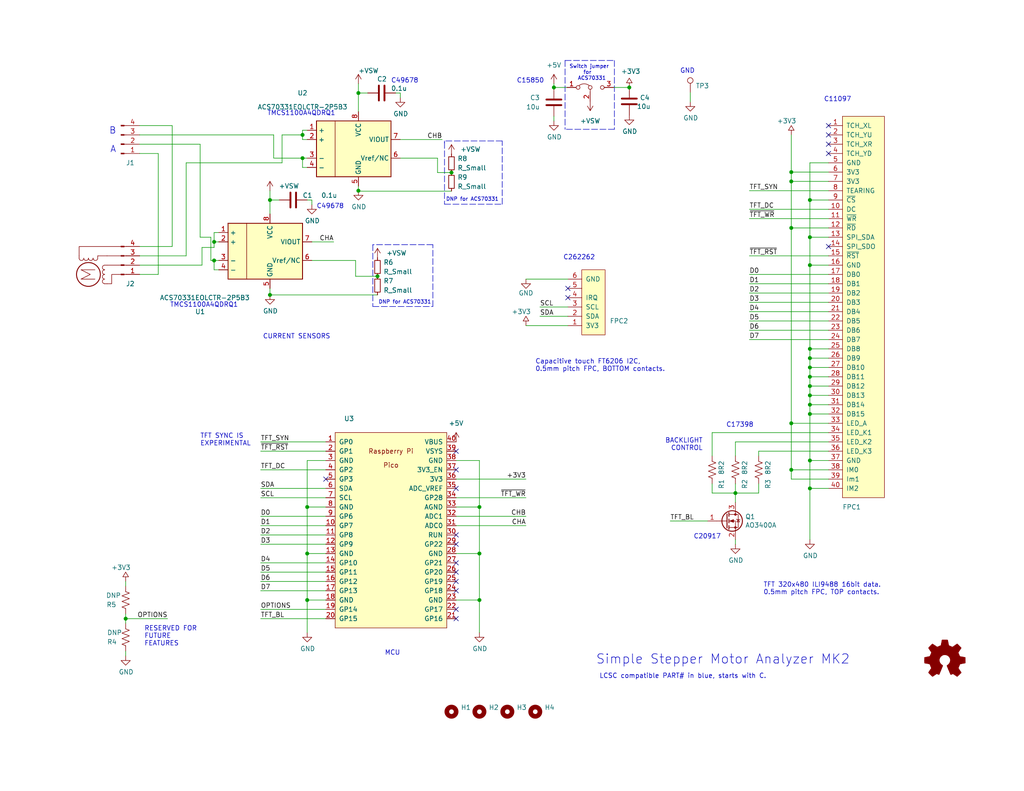
<source format=kicad_sch>
(kicad_sch (version 20211123) (generator eeschema)
  (paper "USLetter")
  (lib_symbols
    (symbol "ACS70331_soic8_1"
      (property "Reference" "U1" (at -20.32 -16.51 0))
      (property "Value" "ACS70331EOLCTR-2P5B3" (at -19.05 -12.7 0))
      (symbol "ACS70331_soic8_1_0_1"
        (rectangle (start -12.7 7.62) (end 7.62 -7.62) (stroke (width 0.254)) (fill (type background)))
        (polyline (pts (xy -7.62 7.62) (xy -7.62 -7.62)))
      )
      (symbol "ACS70331_soic8_1_1_1"
        (pin passive line (at -15.24 5.08 0) (length 2.54) (name "+") (number "1"))
        (pin passive line (at -15.24 2.54 0) (length 2.54) (name "+") (number "2"))
        (pin passive line (at -15.24 -2.54 0) (length 2.54) (name "-") (number "3"))
        (pin passive line (at -15.24 -5.08 0) (length 2.54) (name "-") (number "4"))
        (pin power_in line (at -1.27 -10.16 90) (length 2.54) (name "GND") (number "5"))
        (pin input line (at 10.16 -2.54 180) (length 2.54) (name "Vref/NC") (number "6"))
        (pin output line (at 10.16 2.54 180) (length 2.54) (name "VIOUT") (number "7"))
        (pin power_in line (at -1.27 10.16 270) (length 2.54) (name "VCC") (number "8"))
      )
    )
    (symbol "Device:C" (pin_numbers hide) (pin_names (offset 0.254))
      (property "Reference" "C" (at 0.635 2.54 0))
      (property "Value" "C" (at 0.635 -2.54 0))
      (symbol "C_0_1"
        (polyline (pts (xy -2.032 -0.762) (xy 2.032 -0.762)) (stroke (width 0.508)))
        (polyline (pts (xy -2.032 0.762) (xy 2.032 0.762)) (stroke (width 0.508)))
      )
      (symbol "C_1_1"
        (pin passive line (at 0 3.81 270) (length 2.794) (name "~") (number "1"))
        (pin passive line (at 0 -3.81 90) (length 2.794) (name "~") (number "2"))
      )
    )
    (symbol "Device:R_Small" (pin_numbers hide) (pin_names (offset 0.254) hide)
      (property "Reference" "R" (at 0.762 0.508 0))
      (property "Value" "R_Small" (at 0.762 -1.016 0))
      (symbol "R_Small_0_1"
        (rectangle (start -0.762 1.778) (end 0.762 -1.778) (stroke (width 0.2032)))
      )
      (symbol "R_Small_1_1"
        (pin passive line (at 0 2.54 270) (length 0.762) (name "~") (number "1"))
        (pin passive line (at 0 -2.54 90) (length 0.762) (name "~") (number "2"))
      )
    )
    (symbol "Device:R_US" (pin_numbers hide) (pin_names (offset 0))
      (property "Reference" "R" (at 2.54 0 90))
      (property "Value" "R_US" (at -2.54 0 90))
      (symbol "R_US_0_1"
        (polyline (pts (xy 0 -2.286) (xy 0 -2.54)))
        (polyline (pts (xy 0 2.286) (xy 0 2.54)))
        (polyline (pts (xy 0 -0.762) (xy 1.016 -1.143) (xy 0 -1.524) (xy -1.016 -1.905) (xy 0 -2.286)))
        (polyline (pts (xy 0 0.762) (xy 1.016 0.381) (xy 0 0) (xy -1.016 -0.381) (xy 0 -0.762)))
        (polyline (pts (xy 0 2.286) (xy 1.016 1.905) (xy 0 1.524) (xy -1.016 1.143) (xy 0 0.762)))
      )
      (symbol "R_US_1_1"
        (pin passive line (at 0 3.81 270) (length 1.27) (name "~") (number "1"))
        (pin passive line (at 0 -3.81 90) (length 1.27) (name "~") (number "2"))
      )
    )
    (symbol "Graphic:Logo_Open_Hardware_Small" (pin_names (offset 1.016))
      (symbol "Logo_Open_Hardware_Small_0_1"
        (polyline (pts (xy 3.3528 -4.3434) (xy 3.302 -4.318) (xy 3.175 -4.2418) (xy 2.9972 -4.1148) (xy 2.7686 -3.9624) (xy 2.54 -3.81) (xy 2.3622 -3.7084) (xy 2.2352 -3.6068) (xy 2.1844 -3.5814) (xy 2.159 -3.6068) (xy 2.0574 -3.6576) (xy 1.905 -3.7338) (xy 1.8034 -3.7846) (xy 1.6764 -3.8354) (xy 1.6002 -3.8354) (xy 1.6002 -3.8354) (xy 1.5494 -3.7338) (xy 1.4732 -3.5306) (xy 1.3462 -3.302) (xy 1.2446 -3.0226) (xy 1.1176 -2.7178) (xy 0.9652 -2.413) (xy 0.8636 -2.1082) (xy 0.7366 -1.8288) (xy 0.6604 -1.6256) (xy 0.6096 -1.4732) (xy 0.5842 -1.397) (xy 0.5842 -1.397) (xy 0.6604 -1.3208) (xy 0.7874 -1.2446) (xy 1.0414 -1.016) (xy 1.2954 -0.6858) (xy 1.4478 -0.3302) (xy 1.524 0.0762) (xy 1.4732 0.4572) (xy 1.3208 0.8128) (xy 1.0668 1.143) (xy 0.762 1.3716) (xy 0.4064 1.524) (xy 0 1.5748) (xy -0.381 1.5494) (xy -0.7366 1.397) (xy -1.0668 1.143) (xy -1.2192 0.9906) (xy -1.397 0.6604) (xy -1.524 0.3048) (xy -1.524 0.2286) (xy -1.4986 -0.1778) (xy -1.397 -0.5334) (xy -1.1938 -0.8636) (xy -0.9144 -1.143) (xy -0.8636 -1.1684) (xy -0.7366 -1.27) (xy -0.635 -1.3462) (xy -0.5842 -1.397) (xy -1.0668 -2.5908) (xy -1.143 -2.794) (xy -1.2954 -3.1242) (xy -1.397 -3.4036) (xy -1.4986 -3.6322) (xy -1.5748 -3.7846) (xy -1.6002 -3.8354) (xy -1.6002 -3.8354) (xy -1.651 -3.8354) (xy -1.7272 -3.81) (xy -1.905 -3.7338) (xy -2.0066 -3.683) (xy -2.1336 -3.6068) (xy -2.2098 -3.5814) (xy -2.2606 -3.6068) (xy -2.3622 -3.683) (xy -2.54 -3.81) (xy -2.7686 -3.9624) (xy -2.9718 -4.0894) (xy -3.1496 -4.2164) (xy -3.302 -4.318) (xy -3.3528 -4.3434) (xy -3.3782 -4.3434) (xy -3.429 -4.318) (xy -3.5306 -4.2164) (xy -3.7084 -4.064) (xy -3.937 -3.8354) (xy -3.9624 -3.81) (xy -4.1656 -3.6068) (xy -4.318 -3.4544) (xy -4.4196 -3.3274) (xy -4.445 -3.2766) (xy -4.445 -3.2766) (xy -4.4196 -3.2258) (xy -4.318 -3.0734) (xy -4.2164 -2.8956) (xy -4.064 -2.667) (xy -3.6576 -2.0828) (xy -3.8862 -1.5494) (xy -3.937 -1.3716) (xy -4.0386 -1.1684) (xy -4.0894 -1.0414) (xy -4.1148 -0.9652) (xy -4.191 -0.9398) (xy -4.318 -0.9144) (xy -4.5466 -0.8636) (xy -4.8006 -0.8128) (xy -5.0546 -0.7874) (xy -5.2578 -0.7366) (xy -5.4356 -0.7112) (xy -5.5118 -0.6858) (xy -5.5118 -0.6858) (xy -5.5372 -0.635) (xy -5.5372 -0.5588) (xy -5.5372 -0.4318) (xy -5.5626 -0.2286) (xy -5.5626 0.0762) (xy -5.5626 0.127) (xy -5.5372 0.4064) (xy -5.5372 0.635) (xy -5.5372 0.762) (xy -5.5372 0.8382) (xy -5.5372 0.8382) (xy -5.461 0.8382) (xy -5.3086 0.889) (xy -5.08 0.9144) (xy -4.826 0.9652) (xy -4.8006 0.9906) (xy -4.5466 1.0414) (xy -4.318 1.0668) (xy -4.1656 1.1176) (xy -4.0894 1.143) (xy -4.0894 1.143) (xy -4.0386 1.2446) (xy -3.9624 1.4224) (xy -3.8608 1.6256) (xy -3.7846 1.8288) (xy -3.7084 2.0066) (xy -3.6576 2.159) (xy -3.6322 2.2098) (xy -3.6322 2.2098) (xy -3.683 2.286) (xy -3.7592 2.413) (xy -3.8862 2.5908) (xy -4.064 2.8194) (xy -4.064 2.8448) (xy -4.2164 3.0734) (xy -4.3434 3.2512) (xy -4.4196 3.3782) (xy -4.445 3.4544) (xy -4.445 3.4544) (xy -4.3942 3.5052) (xy -4.2926 3.6322) (xy -4.1148 3.81) (xy -3.937 4.0132) (xy -3.8608 4.064) (xy -3.6576 4.2926) (xy -3.5052 4.4196) (xy -3.4036 4.4958) (xy -3.3528 4.5212) (xy -3.3528 4.5212) (xy -3.302 4.4704) (xy -3.1496 4.3688) (xy -2.9718 4.2418) (xy -2.7432 4.0894) (xy -2.7178 4.0894) (xy -2.4892 3.937) (xy -2.3114 3.81) (xy -2.1844 3.7084) (xy -2.1336 3.683) (xy -2.1082 3.683) (xy -2.032 3.7084) (xy -1.8542 3.7592) (xy -1.6764 3.8354) (xy -1.4732 3.937) (xy -1.27 4.0132) (xy -1.143 4.064) (xy -1.0668 4.1148) (xy -1.0668 4.1148) (xy -1.0414 4.191) (xy -1.016 4.3434) (xy -0.9652 4.572) (xy -0.9144 4.8514) (xy -0.889 4.9022) (xy -0.8382 5.1562) (xy -0.8128 5.3848) (xy -0.7874 5.5372) (xy -0.762 5.588) (xy -0.7112 5.6134) (xy -0.5842 5.6134) (xy -0.4064 5.6134) (xy -0.1524 5.6134) (xy 0.0762 5.6134) (xy 0.3302 5.6134) (xy 0.5334 5.6134) (xy 0.6858 5.588) (xy 0.7366 5.588) (xy 0.7366 5.588) (xy 0.762 5.5118) (xy 0.8128 5.334) (xy 0.8382 5.1054) (xy 0.9144 4.826) (xy 0.9144 4.7752) (xy 0.9652 4.5212) (xy 1.016 4.2926) (xy 1.0414 4.1402) (xy 1.0668 4.0894) (xy 1.0668 4.0894) (xy 1.1938 4.0386) (xy 1.3716 3.9624) (xy 1.5748 3.8608) (xy 2.0828 3.6576) (xy 2.7178 4.0894) (xy 2.7686 4.1402) (xy 2.9972 4.2926) (xy 3.175 4.4196) (xy 3.302 4.4958) (xy 3.3782 4.5212) (xy 3.3782 4.5212) (xy 3.429 4.4704) (xy 3.556 4.3434) (xy 3.7338 4.191) (xy 3.9116 3.9878) (xy 4.064 3.8354) (xy 4.2418 3.6576) (xy 4.3434 3.556) (xy 4.4196 3.4798) (xy 4.4196 3.429) (xy 4.4196 3.4036) (xy 4.3942 3.3274) (xy 4.2926 3.2004) (xy 4.1656 2.9972) (xy 4.0132 2.794) (xy 3.8862 2.5908) (xy 3.7592 2.3876) (xy 3.6576 2.2352) (xy 3.6322 2.159) (xy 3.6322 2.1336) (xy 3.683 2.0066) (xy 3.7592 1.8288) (xy 3.8608 1.6002) (xy 4.064 1.1176) (xy 4.3942 1.0414) (xy 4.5974 1.016) (xy 4.8768 0.9652) (xy 5.1308 0.9144) (xy 5.5372 0.8382) (xy 5.5626 -0.6604) (xy 5.4864 -0.6858) (xy 5.4356 -0.6858) (xy 5.2832 -0.7366) (xy 5.0546 -0.762) (xy 4.8006 -0.8128) (xy 4.5974 -0.8636) (xy 4.3688 -0.9144) (xy 4.2164 -0.9398) (xy 4.1402 -0.9398) (xy 4.1148 -0.9652) (xy 4.064 -1.0668) (xy 3.9878 -1.2446) (xy 3.9116 -1.4478) (xy 3.81 -1.651) (xy 3.7338 -1.8542) (xy 3.683 -2.0066) (xy 3.6576 -2.0828) (xy 3.683 -2.1336) (xy 3.7846 -2.2606) (xy 3.8862 -2.4638) (xy 4.0386 -2.667) (xy 4.191 -2.8956) (xy 4.318 -3.0734) (xy 4.3942 -3.2004) (xy 4.445 -3.2766) (xy 4.4196 -3.3274) (xy 4.3434 -3.429) (xy 4.1656 -3.5814) (xy 3.937 -3.8354) (xy 3.8862 -3.8608) (xy 3.683 -4.064) (xy 3.5306 -4.2164) (xy 3.4036 -4.318) (xy 3.3528 -4.3434)) (fill (type outline)))
      )
    )
    (symbol "Jumper:Jumper_3_Bridged12" (pin_names (offset 0) hide)
      (property "Reference" "JP" (at -2.54 -2.54 0))
      (property "Value" "Jumper_3_Bridged12" (at 0 2.794 0))
      (symbol "Jumper_3_Bridged12_0_0"
        (circle (center -3.302 0) (radius 0.508))
        (circle (center 0 0) (radius 0.508))
        (circle (center 3.302 0) (radius 0.508))
      )
      (symbol "Jumper_3_Bridged12_0_1"
        (arc (start -0.254 0.508) (mid -1.651 0.9912) (end -3.048 0.508))
        (polyline (pts (xy 0 -1.27) (xy 0 -0.508)))
      )
      (symbol "Jumper_3_Bridged12_1_1"
        (pin passive line (at -6.35 0 0) (length 2.54) (name "A") (number "1"))
        (pin passive line (at 0 -3.81 90) (length 2.54) (name "C") (number "2"))
        (pin passive line (at 6.35 0 180) (length 2.54) (name "B") (number "3"))
      )
    )
    (symbol "Mechanical:MountingHole" (pin_names (offset 1.016))
      (property "Reference" "H" (at 0 5.08 0))
      (property "Value" "MountingHole" (at 0 3.175 0))
      (symbol "MountingHole_0_1"
        (circle (center 0 0) (radius 1.27) (stroke (width 1.27)))
      )
    )
    (symbol "Transistor_FET:AO3400A" (pin_names hide)
      (property "Reference" "Q" (at 5.08 1.905 0))
      (property "Value" "AO3400A" (at 5.08 0 0))
      (symbol "AO3400A_0_1"
        (polyline (pts (xy 0.254 0) (xy -2.54 0)))
        (polyline (pts (xy 0.254 1.905) (xy 0.254 -1.905)) (stroke (width 0.254)))
        (polyline (pts (xy 0.762 -1.27) (xy 0.762 -2.286)) (stroke (width 0.254)))
        (polyline (pts (xy 0.762 0.508) (xy 0.762 -0.508)) (stroke (width 0.254)))
        (polyline (pts (xy 0.762 2.286) (xy 0.762 1.27)) (stroke (width 0.254)))
        (polyline (pts (xy 2.54 2.54) (xy 2.54 1.778)))
        (polyline (pts (xy 2.54 -2.54) (xy 2.54 0) (xy 0.762 0)))
        (polyline (pts (xy 0.762 -1.778) (xy 3.302 -1.778) (xy 3.302 1.778) (xy 0.762 1.778)))
        (polyline (pts (xy 1.016 0) (xy 2.032 0.381) (xy 2.032 -0.381) (xy 1.016 0)) (fill (type outline)))
        (polyline (pts (xy 2.794 0.508) (xy 2.921 0.381) (xy 3.683 0.381) (xy 3.81 0.254)))
        (polyline (pts (xy 3.302 0.381) (xy 2.921 -0.254) (xy 3.683 -0.254) (xy 3.302 0.381)))
        (circle (center 1.651 0) (radius 2.794) (stroke (width 0.254)))
        (circle (center 2.54 -1.778) (radius 0.254) (fill (type outline)))
        (circle (center 2.54 1.778) (radius 0.254) (fill (type outline)))
      )
      (symbol "AO3400A_1_1"
        (pin input line (at -5.08 0 0) (length 2.54) (name "G") (number "1"))
        (pin passive line (at 2.54 -5.08 90) (length 2.54) (name "S") (number "2"))
        (pin passive line (at 2.54 5.08 270) (length 2.54) (name "D") (number "3"))
      )
    )
    (symbol "power:+5V" (power) (pin_names (offset 0))
      (property "Value" "+5V" (at 0 3.556 0))
      (symbol "+5V_0_1"
        (polyline (pts (xy -0.762 1.27) (xy 0 2.54)))
        (polyline (pts (xy 0 0) (xy 0 2.54)))
        (polyline (pts (xy 0 2.54) (xy 0.762 1.27)))
      )
      (symbol "+5V_1_1"
        (pin power_in line (at 0 0 90) (length 0) hide (name "+5V") (number "1"))
      )
    )
    (symbol "power:+VSW" (power) (pin_names (offset 0))
      (property "Value" "+VSW" (at 0 3.556 0))
      (symbol "+VSW_0_1"
        (polyline (pts (xy -0.762 1.27) (xy 0 2.54)))
        (polyline (pts (xy 0 0) (xy 0 2.54)))
        (polyline (pts (xy 0 2.54) (xy 0.762 1.27)))
      )
      (symbol "+VSW_1_1"
        (pin power_in line (at 0 0 90) (length 0) hide (name "+VSW") (number "1"))
      )
    )
    (symbol "power:GND" (power) (pin_names (offset 0))
      (property "Value" "GND" (at 0 -3.81 0))
      (symbol "GND_0_1"
        (polyline (pts (xy 0 0) (xy 0 -1.27) (xy 1.27 -1.27) (xy 0 -2.54) (xy -1.27 -1.27) (xy 0 -1.27)))
      )
      (symbol "GND_1_1"
        (pin power_in line (at 0 0 270) (length 0) hide (name "GND") (number "1"))
      )
    )
    (symbol "stepper_motor_analyzer:+3V3" (power) (pin_names (offset 0))
      (property "Value" "+3V3" (at 0 3.556 0))
      (symbol "+3V3_0_1"
        (polyline (pts (xy -0.762 1.27) (xy 0 2.54)))
        (polyline (pts (xy -0.762 1.27) (xy 0.762 1.27)))
        (polyline (pts (xy 0 0) (xy 0 1.27)))
        (polyline (pts (xy 0 2.54) (xy 0.762 1.27)))
      )
      (symbol "+3V3_1_1"
        (pin power_in line (at 0 0 90) (length 0) hide (name "+3V3") (number "1"))
      )
    )
    (symbol "stepper_motor_analyzer:ACS70331_soic8"
      (property "Reference" "U2" (at -16.51 15.24 0))
      (property "Value" "ACS70331EOLCTR-2P5B3" (at -16.51 11.43 0))
      (symbol "ACS70331_soic8_0_1"
        (rectangle (start -12.7 7.62) (end 7.62 -7.62) (stroke (width 0.254)) (fill (type background)))
        (polyline (pts (xy -7.62 7.62) (xy -7.62 -7.62)))
      )
      (symbol "ACS70331_soic8_1_1"
        (pin passive line (at -15.24 5.08 0) (length 2.54) (name "+") (number "1"))
        (pin passive line (at -15.24 2.54 0) (length 2.54) (name "+") (number "2"))
        (pin passive line (at -15.24 -2.54 0) (length 2.54) (name "-") (number "3"))
        (pin passive line (at -15.24 -5.08 0) (length 2.54) (name "-") (number "4"))
        (pin power_in line (at -1.27 -10.16 90) (length 2.54) (name "GND") (number "5"))
        (pin input line (at 10.16 -2.54 180) (length 2.54) (name "Vref/NC") (number "6"))
        (pin output line (at 10.16 2.54 180) (length 2.54) (name "VIOUT") (number "7"))
        (pin power_in line (at -1.27 10.16 270) (length 2.54) (name "VCC") (number "8"))
      )
    )
    (symbol "stepper_motor_analyzer:Conn_01x06_Female" (pin_names (offset 1.016))
      (property "Reference" "J" (at -2.54 8.89 0))
      (property "Value" "Conn_01x06_Female" (at -1.27 -11.43 0))
      (symbol "Conn_01x06_Female_0_1"
        (rectangle (start -1.27 7.62) (end 5.08 -10.16) (fill (type background)))
      )
      (symbol "Conn_01x06_Female_1_1"
        (pin passive line (at -5.08 5.08 0) (length 3.81) (name "3V3") (number "1"))
        (pin passive line (at -5.08 2.54 0) (length 3.81) (name "SDA") (number "2"))
        (pin passive line (at -5.08 0 0) (length 3.81) (name "SCL") (number "3"))
        (pin passive line (at -5.08 -2.54 0) (length 3.81) (name "IRQ") (number "4"))
        (pin passive line (at -5.08 -5.08 0) (length 3.81) (name "~") (number "5"))
        (pin passive line (at -5.08 -7.62 0) (length 3.81) (name "GND") (number "6"))
      )
    )
    (symbol "stepper_motor_analyzer:Connector_Conn_01x04_Male" (pin_names (offset 1.016) hide)
      (property "Reference" "J" (at 0 5.08 0))
      (property "Value" "Connector_Conn_01x04_Male" (at 0 -7.62 0))
      (symbol "Connector_Conn_01x04_Male_1_1"
        (polyline (pts (xy 1.27 -5.08) (xy 0.8636 -5.08)) (stroke (width 0.1524)))
        (polyline (pts (xy 1.27 -2.54) (xy 0.8636 -2.54)) (stroke (width 0.1524)))
        (polyline (pts (xy 1.27 0) (xy 0.8636 0)) (stroke (width 0.1524)))
        (polyline (pts (xy 1.27 2.54) (xy 0.8636 2.54)) (stroke (width 0.1524)))
        (rectangle (start 0.8636 -4.953) (end 0 -5.207) (stroke (width 0.1524)) (fill (type outline)))
        (rectangle (start 0.8636 -2.413) (end 0 -2.667) (stroke (width 0.1524)) (fill (type outline)))
        (rectangle (start 0.8636 0.127) (end 0 -0.127) (stroke (width 0.1524)) (fill (type outline)))
        (rectangle (start 0.8636 2.667) (end 0 2.413) (stroke (width 0.1524)) (fill (type outline)))
        (pin passive line (at 5.08 2.54 180) (length 3.81) (name "Pin_1") (number "1"))
        (pin passive line (at 5.08 0 180) (length 3.81) (name "Pin_2") (number "2"))
        (pin passive line (at 5.08 -2.54 180) (length 3.81) (name "Pin_3") (number "3"))
        (pin passive line (at 5.08 -5.08 180) (length 3.81) (name "Pin_4") (number "4"))
      )
    )
    (symbol "stepper_motor_analyzer:Connector_Conn_01x40_Female" (pin_names (offset 1.016))
      (property "Reference" "J" (at 0 52.07 0))
      (property "Value" "Connector_Conn_01x40_Female" (at 5.08 -58.42 0))
      (symbol "Connector_Conn_01x40_Female_0_1"
        (rectangle (start -1.27 -53.34) (end 10.16 50.8) (fill (type background)))
      )
      (symbol "Connector_Conn_01x40_Female_1_1"
        (pin passive line (at -5.08 48.26 0) (length 3.81) (name "TCH_XL") (number "1"))
        (pin passive line (at -5.08 25.4 0) (length 3.81) (name "DC") (number "10"))
        (pin passive line (at -5.08 22.86 0) (length 3.81) (name "~{WR}") (number "11"))
        (pin passive line (at -5.08 20.32 0) (length 3.81) (name "~{RD}") (number "12"))
        (pin passive line (at -5.08 17.78 0) (length 3.81) (name "SPI_SDA") (number "13"))
        (pin passive line (at -5.08 15.24 0) (length 3.81) (name "SPI_SDO") (number "14"))
        (pin passive line (at -5.08 12.7 0) (length 3.81) (name "~{RST}") (number "15"))
        (pin passive line (at -5.08 10.16 0) (length 3.81) (name "GND") (number "16"))
        (pin passive line (at -5.08 7.62 0) (length 3.81) (name "DB0") (number "17"))
        (pin passive line (at -5.08 5.08 0) (length 3.81) (name "DB1") (number "18"))
        (pin passive line (at -5.08 2.54 0) (length 3.81) (name "DB2") (number "19"))
        (pin passive line (at -5.08 45.72 0) (length 3.81) (name "TCH_YU") (number "2"))
        (pin passive line (at -5.08 0 0) (length 3.81) (name "DB3") (number "20"))
        (pin passive line (at -5.08 -2.54 0) (length 3.81) (name "DB4") (number "21"))
        (pin passive line (at -5.08 -5.08 0) (length 3.81) (name "DB5") (number "22"))
        (pin passive line (at -5.08 -7.62 0) (length 3.81) (name "DB6") (number "23"))
        (pin passive line (at -5.08 -10.16 0) (length 3.81) (name "DB7") (number "24"))
        (pin passive line (at -5.08 -12.7 0) (length 3.81) (name "DB8") (number "25"))
        (pin passive line (at -5.08 -15.24 0) (length 3.81) (name "DB9") (number "26"))
        (pin passive line (at -5.08 -17.78 0) (length 3.81) (name "DB10") (number "27"))
        (pin passive line (at -5.08 -20.32 0) (length 3.81) (name "DB11") (number "28"))
        (pin passive line (at -5.08 -22.86 0) (length 3.81) (name "DB12") (number "29"))
        (pin passive line (at -5.08 43.18 0) (length 3.81) (name "TCH_XR") (number "3"))
        (pin passive line (at -5.08 -25.4 0) (length 3.81) (name "DB13") (number "30"))
        (pin passive line (at -5.08 -27.94 0) (length 3.81) (name "DB14") (number "31"))
        (pin passive line (at -5.08 -30.48 0) (length 3.81) (name "DB15") (number "32"))
        (pin passive line (at -5.08 -33.02 0) (length 3.81) (name "LED_A") (number "33"))
        (pin passive line (at -5.08 -35.56 0) (length 3.81) (name "LED_K1") (number "34"))
        (pin passive line (at -5.08 -38.1 0) (length 3.81) (name "LED_K2") (number "35"))
        (pin passive line (at -5.08 -40.64 0) (length 3.81) (name "LED_K3") (number "36"))
        (pin passive line (at -5.08 -43.18 0) (length 3.81) (name "GND") (number "37"))
        (pin passive line (at -5.08 -45.72 0) (length 3.81) (name "IM0") (number "38"))
        (pin passive line (at -5.08 -48.26 0) (length 3.81) (name "Im1") (number "39"))
        (pin passive line (at -5.08 40.64 0) (length 3.81) (name "TCH_YD") (number "4"))
        (pin passive line (at -5.08 -50.8 0) (length 3.81) (name "IM2") (number "40"))
        (pin passive line (at -5.08 38.1 0) (length 3.81) (name "GND") (number "5"))
        (pin passive line (at -5.08 35.56 0) (length 3.81) (name "3V3") (number "6"))
        (pin passive line (at -5.08 33.02 0) (length 3.81) (name "3V3") (number "7"))
        (pin passive line (at -5.08 30.48 0) (length 3.81) (name "TEARING") (number "8"))
        (pin passive line (at -5.08 27.94 0) (length 3.81) (name "~{CS}") (number "9"))
      )
    )
    (symbol "stepper_motor_analyzer:Motor" (pin_names (offset 0) hide)
      (symbol "Motor_0_0"
        (polyline (pts (xy 5.08 0) (xy 5.08 -2.54)))
        (polyline (pts (xy -1.27 0.762) (xy -1.27 4.572) (xy 0 2.032) (xy 1.27 4.572) (xy 1.27 0.762)))
      )
      (symbol "Motor_0_1"
        (arc (start -1.27 -1.905) (mid -1.905 -1.27) (end -2.54 -1.905))
        (arc (start 0 -1.905) (mid -0.635 -1.27) (end -1.27 -1.905))
        (polyline (pts (xy -2.54 -2.54) (xy -2.54 -1.905)))
        (polyline (pts (xy 2.54 -2.54) (xy 2.54 -6.35)))
        (polyline (pts (xy 2.54 -2.54) (xy 2.54 -1.905)))
        (polyline (pts (xy 5.08 -2.54) (xy 5.08 -6.35)))
        (polyline (pts (xy 5.08 0) (xy 4.445 0)))
        (polyline (pts (xy 5.08 5.08) (xy 4.445 5.08)))
        (polyline (pts (xy 7.62 -6.35) (xy 7.62 5.08) (xy 5.08 5.08)))
        (polyline (pts (xy 0 -6.35) (xy 0 -3.81) (xy -2.54 -3.81) (xy -2.54 -2.54)))
        (circle (center 0 2.54) (radius 3.2512) (stroke (width 0.254)))
        (arc (start 1.27 -1.905) (mid 0.635 -1.27) (end 0 -1.905))
        (arc (start 2.54 -1.905) (mid 1.905 -1.27) (end 1.27 -1.905))
        (arc (start 4.445 1.27) (mid 3.81 0.635) (end 4.445 0))
        (arc (start 4.445 2.54) (mid 3.81 1.905) (end 4.445 1.27))
        (arc (start 4.445 3.81) (mid 3.81 3.175) (end 4.445 2.54))
        (arc (start 4.445 5.08) (mid 3.81 4.445) (end 4.445 3.81))
      )
    )
    (symbol "stepper_motor_analyzer:Pico" (pin_names (offset 1.016))
      (property "Reference" "U" (at -13.97 27.94 0))
      (symbol "Pico_0_0"
        (text "Pico" (at 0 17.78 0) (effects (font (size 1.27 1.27))))
        (text "Raspberry Pi" (at 0 21.59 0) (effects (font (size 1.27 1.27))))
      )
      (symbol "Pico_0_1"
        (rectangle (start -15.24 26.67) (end 15.24 -26.67) (fill (type background)))
      )
      (symbol "Pico_1_1"
        (pin input line (at -17.78 24.13 0) (length 2.54) (name "GP0") (number "1"))
        (pin output line (at -17.78 1.27 0) (length 2.54) (name "GP7") (number "10"))
        (pin output line (at -17.78 -1.27 0) (length 2.54) (name "GP8") (number "11"))
        (pin output line (at -17.78 -3.81 0) (length 2.54) (name "GP9") (number "12"))
        (pin power_in line (at -17.78 -6.35 0) (length 2.54) (name "GND") (number "13"))
        (pin output line (at -17.78 -8.89 0) (length 2.54) (name "GP10") (number "14"))
        (pin output line (at -17.78 -11.43 0) (length 2.54) (name "GP11") (number "15"))
        (pin output line (at -17.78 -13.97 0) (length 2.54) (name "GP12") (number "16"))
        (pin output line (at -17.78 -16.51 0) (length 2.54) (name "GP13") (number "17"))
        (pin power_in line (at -17.78 -19.05 0) (length 2.54) (name "GND") (number "18"))
        (pin input line (at -17.78 -21.59 0) (length 2.54) (name "GP14") (number "19"))
        (pin input line (at -17.78 21.59 0) (length 2.54) (name "GP1") (number "2"))
        (pin output line (at -17.78 -24.13 0) (length 2.54) (name "GP15") (number "20"))
        (pin output line (at 17.78 -24.13 180) (length 2.54) (name "GP16") (number "21"))
        (pin output line (at 17.78 -21.59 180) (length 2.54) (name "GP17") (number "22"))
        (pin power_in line (at 17.78 -19.05 180) (length 2.54) (name "GND") (number "23"))
        (pin input line (at 17.78 -16.51 180) (length 2.54) (name "GP18") (number "24"))
        (pin input line (at 17.78 -13.97 180) (length 2.54) (name "GP19") (number "25"))
        (pin input line (at 17.78 -11.43 180) (length 2.54) (name "GP20") (number "26"))
        (pin input line (at 17.78 -8.89 180) (length 2.54) (name "GP21") (number "27"))
        (pin power_in line (at 17.78 -6.35 180) (length 2.54) (name "GND") (number "28"))
        (pin output line (at 17.78 -3.81 180) (length 2.54) (name "GP22") (number "29"))
        (pin power_in line (at -17.78 19.05 0) (length 2.54) (name "GND") (number "3"))
        (pin input line (at 17.78 -1.27 180) (length 2.54) (name "RUN") (number "30"))
        (pin input line (at 17.78 1.27 180) (length 2.54) (name "ADC0") (number "31"))
        (pin input line (at 17.78 3.81 180) (length 2.54) (name "ADC1") (number "32"))
        (pin power_in line (at 17.78 6.35 180) (length 2.54) (name "AGND") (number "33"))
        (pin output line (at 17.78 8.89 180) (length 2.54) (name "GP28") (number "34"))
        (pin unspecified line (at 17.78 11.43 180) (length 2.54) (name "ADC_VREF") (number "35"))
        (pin power_out line (at 17.78 13.97 180) (length 2.54) (name "3V3") (number "36"))
        (pin input line (at 17.78 16.51 180) (length 2.54) (name "3V3_EN") (number "37"))
        (pin power_out line (at 17.78 19.05 180) (length 2.54) (name "GND") (number "38"))
        (pin unspecified line (at 17.78 21.59 180) (length 2.54) (name "VSYS") (number "39"))
        (pin output line (at -17.78 16.51 0) (length 2.54) (name "GP2") (number "4"))
        (pin unspecified line (at 17.78 24.13 180) (length 2.54) (name "VBUS") (number "40"))
        (pin input line (at -17.78 13.97 0) (length 2.54) (name "GP3") (number "5"))
        (pin bidirectional line (at -17.78 11.43 0) (length 2.54) (name "SDA") (number "6"))
        (pin output line (at -17.78 8.89 0) (length 2.54) (name "SCL") (number "7"))
        (pin power_in line (at -17.78 6.35 0) (length 2.54) (name "GND") (number "8"))
        (pin output line (at -17.78 3.81 0) (length 2.54) (name "GP6") (number "9"))
      )
    )
    (symbol "stepper_motor_analyzer:TestPoint" (pin_numbers hide) (pin_names (offset 0.762) hide)
      (property "Reference" "TP" (at 0 6.858 0))
      (property "Value" "TestPoint" (at 0 5.08 0))
      (symbol "TestPoint_0_1"
        (circle (center 0 3.302) (radius 0.762))
      )
      (symbol "TestPoint_1_1"
        (pin passive line (at 0 0 90) (length 2.54) (name "1") (number "1"))
      )
    )
  )
  (junction (at 73.66 54.61))
  (junction (at 83.82 163.83))
  (junction (at 220.98 133.35))
  (junction (at 220.98 105.41))
  (junction (at 220.98 97.79))
  (junction (at 220.98 54.61))
  (junction (at 130.81 163.83))
  (junction (at 151.13 23.876))
  (junction (at 215.9 128.27))
  (junction (at 83.82 138.43))
  (junction (at 82.55 36.83))
  (junction (at 130.81 151.13))
  (junction (at 220.98 72.39))
  (junction (at 220.98 100.33))
  (junction (at 220.98 110.49))
  (junction (at 58.42 71.12))
  (junction (at 82.55 43.18))
  (junction (at 215.9 49.53))
  (junction (at 34.29 168.91))
  (junction (at 220.98 107.95))
  (junction (at 83.82 151.13))
  (junction (at 215.9 115.57))
  (junction (at 200.66 134.62))
  (junction (at 220.98 125.73))
  (junction (at 215.9 62.23))
  (junction (at 123.19 47.117))
  (junction (at 220.98 113.03))
  (junction (at 130.81 138.43))
  (junction (at 58.42 66.04))
  (junction (at 97.79 25.4))
  (junction (at 171.704 23.876))
  (junction (at 220.98 102.87))
  (junction (at 73.66 80.518))
  (junction (at 215.9 46.99))
  (junction (at 220.98 95.25))
  (junction (at 97.79 52.07))
  (junction (at 102.997 75.438))
  (junction (at 220.98 64.77))
  (no_connect (at 124.46 168.91))
  (no_connect (at 88.9 130.81))
  (no_connect (at 124.46 161.29))
  (no_connect (at 124.46 153.67))
  (no_connect (at 124.46 123.19))
  (no_connect (at 226.06 67.31))
  (no_connect (at 124.46 156.21))
  (no_connect (at 226.06 36.83))
  (no_connect (at 124.46 158.75))
  (no_connect (at 154.94 81.28))
  (no_connect (at 154.94 78.74))
  (no_connect (at 124.46 133.35))
  (no_connect (at 124.46 146.05))
  (no_connect (at 124.46 128.27))
  (no_connect (at 226.06 41.91))
  (no_connect (at 124.46 166.37))
  (no_connect (at 226.06 39.37))
  (no_connect (at 226.06 34.29))
  (no_connect (at 124.46 148.59))
  (wire (pts (xy 82.55 38.1) (xy 83.82 38.1)))
  (wire (pts (xy 97.79 25.4) (xy 97.79 30.48)))
  (wire (pts (xy 226.06 74.93) (xy 204.47 74.93)))
  (polyline (pts (xy 154.178 16.51) (xy 167.64 16.51)))
  (wire (pts (xy 226.06 115.57) (xy 215.9 115.57)))
  (wire (pts (xy 200.66 134.62) (xy 200.66 137.16)))
  (wire (pts (xy 200.66 132.08) (xy 200.66 134.62)))
  (wire (pts (xy 82.55 36.83) (xy 82.55 38.1)))
  (wire (pts (xy 109.22 43.18) (xy 119.38 43.18)))
  (wire (pts (xy 88.9 168.91) (xy 71.12 168.91)))
  (wire (pts (xy 194.31 118.11) (xy 194.31 124.46)))
  (wire (pts (xy 88.9 166.37) (xy 71.12 166.37)))
  (wire (pts (xy 109.22 25.4) (xy 109.22 26.67)))
  (polyline (pts (xy 137.033 55.753) (xy 137.033 38.481)))
  (wire (pts (xy 226.06 64.77) (xy 220.98 64.77)))
  (wire (pts (xy 220.98 102.87) (xy 220.98 105.41)))
  (wire (pts (xy 220.98 95.25) (xy 220.98 97.79)))
  (wire (pts (xy 200.66 120.65) (xy 226.06 120.65)))
  (wire (pts (xy 226.06 105.41) (xy 220.98 105.41)))
  (wire (pts (xy 58.42 67.564) (xy 58.42 66.04)))
  (wire (pts (xy 38.1 36.83) (xy 74.676 36.83)))
  (wire (pts (xy 76.962 36.83) (xy 76.962 44.45)))
  (wire (pts (xy 58.42 71.12) (xy 58.42 73.66)))
  (wire (pts (xy 57.531 64.77) (xy 57.531 71.12)))
  (wire (pts (xy 83.82 125.73) (xy 83.82 138.43)))
  (wire (pts (xy 34.29 168.91) (xy 45.72 168.91)))
  (wire (pts (xy 123.19 52.197) (xy 97.79 52.197)))
  (wire (pts (xy 154.686 23.876) (xy 151.13 23.876)))
  (wire (pts (xy 38.1 69.85) (xy 50.8 69.85)))
  (wire (pts (xy 220.98 110.49) (xy 220.98 113.03)))
  (wire (pts (xy 54.61 64.77) (xy 57.531 64.77)))
  (wire (pts (xy 130.81 163.83) (xy 130.81 172.72)))
  (wire (pts (xy 88.9 123.19) (xy 71.12 123.19)))
  (wire (pts (xy 226.06 80.01) (xy 204.47 80.01)))
  (wire (pts (xy 130.81 125.73) (xy 130.81 138.43)))
  (polyline (pts (xy 101.727 66.802) (xy 101.727 83.693)))
  (wire (pts (xy 226.06 92.71) (xy 204.47 92.71)))
  (wire (pts (xy 130.81 138.43) (xy 130.81 151.13)))
  (wire (pts (xy 59.69 63.5) (xy 58.42 63.5)))
  (wire (pts (xy 194.31 134.62) (xy 194.31 132.08)))
  (wire (pts (xy 58.42 73.66) (xy 59.69 73.66)))
  (wire (pts (xy 226.06 72.39) (xy 220.98 72.39)))
  (wire (pts (xy 124.46 143.51) (xy 143.51 143.51)))
  (wire (pts (xy 226.06 57.15) (xy 204.47 57.15)))
  (wire (pts (xy 57.531 71.12) (xy 58.42 71.12)))
  (polyline (pts (xy 121.285 38.862) (xy 121.285 55.753)))
  (wire (pts (xy 100.33 25.4) (xy 97.79 25.4)))
  (wire (pts (xy 226.06 128.27) (xy 215.9 128.27)))
  (wire (pts (xy 82.55 36.83) (xy 76.962 36.83)))
  (wire (pts (xy 215.9 62.23) (xy 226.06 62.23)))
  (wire (pts (xy 220.98 54.61) (xy 220.98 44.45)))
  (wire (pts (xy 220.98 133.35) (xy 220.98 147.32)))
  (wire (pts (xy 43.18 41.91) (xy 43.18 74.93)))
  (wire (pts (xy 226.06 85.09) (xy 204.47 85.09)))
  (wire (pts (xy 73.66 80.518) (xy 102.997 80.518)))
  (wire (pts (xy 88.9 163.83) (xy 83.82 163.83)))
  (wire (pts (xy 97.028 75.438) (xy 102.997 75.438)))
  (wire (pts (xy 226.06 59.69) (xy 204.47 59.69)))
  (wire (pts (xy 226.06 97.79) (xy 220.98 97.79)))
  (wire (pts (xy 151.13 31.75) (xy 151.13 33.02)))
  (wire (pts (xy 226.06 125.73) (xy 220.98 125.73)))
  (wire (pts (xy 88.9 153.67) (xy 71.12 153.67)))
  (wire (pts (xy 88.9 143.51) (xy 71.12 143.51)))
  (wire (pts (xy 226.06 110.49) (xy 220.98 110.49)))
  (wire (pts (xy 109.22 38.1) (xy 120.65 38.1)))
  (wire (pts (xy 97.79 52.197) (xy 97.79 52.07)))
  (wire (pts (xy 215.9 46.99) (xy 215.9 49.53)))
  (wire (pts (xy 119.38 47.117) (xy 119.38 43.18)))
  (wire (pts (xy 82.55 43.18) (xy 82.55 45.72)))
  (wire (pts (xy 207.01 132.08) (xy 207.01 134.62)))
  (wire (pts (xy 82.55 45.72) (xy 83.82 45.72)))
  (wire (pts (xy 220.98 125.73) (xy 220.98 133.35)))
  (wire (pts (xy 226.06 52.07) (xy 204.47 52.07)))
  (wire (pts (xy 34.29 168.91) (xy 34.29 170.18)))
  (wire (pts (xy 107.95 25.4) (xy 109.22 25.4)))
  (wire (pts (xy 215.9 115.57) (xy 215.9 128.27)))
  (wire (pts (xy 38.1 39.37) (xy 54.61 39.37)))
  (wire (pts (xy 124.46 130.81) (xy 143.51 130.81)))
  (wire (pts (xy 55.118 67.564) (xy 58.42 67.564)))
  (polyline (pts (xy 118.11 66.802) (xy 101.727 66.802)))
  (wire (pts (xy 59.69 71.12) (xy 58.42 71.12)))
  (wire (pts (xy 220.98 97.79) (xy 220.98 100.33)))
  (wire (pts (xy 226.06 113.03) (xy 220.98 113.03)))
  (wire (pts (xy 215.9 49.53) (xy 226.06 49.53)))
  (wire (pts (xy 124.46 151.13) (xy 130.81 151.13)))
  (wire (pts (xy 143.51 88.9) (xy 154.94 88.9)))
  (wire (pts (xy 38.1 72.39) (xy 55.118 72.39)))
  (wire (pts (xy 226.06 102.87) (xy 220.98 102.87)))
  (wire (pts (xy 226.06 133.35) (xy 220.98 133.35)))
  (polyline (pts (xy 137.033 38.481) (xy 121.285 38.481)))
  (wire (pts (xy 220.98 44.45) (xy 226.06 44.45)))
  (wire (pts (xy 88.9 120.65) (xy 71.12 120.65)))
  (wire (pts (xy 123.19 47.117) (xy 119.38 47.117)))
  (wire (pts (xy 88.9 135.89) (xy 71.12 135.89)))
  (wire (pts (xy 88.9 125.73) (xy 83.82 125.73)))
  (wire (pts (xy 124.46 135.89) (xy 143.51 135.89)))
  (wire (pts (xy 34.29 167.64) (xy 34.29 168.91)))
  (wire (pts (xy 73.66 54.61) (xy 73.66 52.07)))
  (wire (pts (xy 220.98 64.77) (xy 220.98 72.39)))
  (wire (pts (xy 151.13 22.86) (xy 151.13 23.876)))
  (wire (pts (xy 220.98 107.95) (xy 220.98 110.49)))
  (wire (pts (xy 50.8 69.85) (xy 50.8 44.45)))
  (wire (pts (xy 200.66 134.62) (xy 194.31 134.62)))
  (wire (pts (xy 74.676 43.18) (xy 82.55 43.18)))
  (wire (pts (xy 38.1 41.91) (xy 43.18 41.91)))
  (wire (pts (xy 58.42 63.5) (xy 58.42 66.04)))
  (wire (pts (xy 88.9 151.13) (xy 83.82 151.13)))
  (wire (pts (xy 151.13 23.876) (xy 151.13 24.13)))
  (wire (pts (xy 200.66 120.65) (xy 200.66 124.46)))
  (wire (pts (xy 226.06 82.55) (xy 204.47 82.55)))
  (wire (pts (xy 188.341 25.273) (xy 188.341 27.813)))
  (polyline (pts (xy 121.285 38.481) (xy 121.285 38.989)))
  (wire (pts (xy 88.9 161.29) (xy 71.12 161.29)))
  (wire (pts (xy 88.9 128.27) (xy 71.12 128.27)))
  (wire (pts (xy 82.55 35.56) (xy 82.55 36.83)))
  (wire (pts (xy 204.47 90.17) (xy 226.06 90.17)))
  (wire (pts (xy 46.99 34.29) (xy 46.99 67.31)))
  (wire (pts (xy 226.06 107.95) (xy 220.98 107.95)))
  (wire (pts (xy 97.79 22.86) (xy 97.79 25.4)))
  (wire (pts (xy 46.99 67.31) (xy 38.1 67.31)))
  (wire (pts (xy 88.9 156.21) (xy 71.12 156.21)))
  (wire (pts (xy 226.06 95.25) (xy 220.98 95.25)))
  (wire (pts (xy 226.06 77.47) (xy 204.47 77.47)))
  (wire (pts (xy 220.98 54.61) (xy 220.98 64.77)))
  (wire (pts (xy 76.962 44.45) (xy 50.8 44.45)))
  (wire (pts (xy 34.29 177.8) (xy 34.29 179.07)))
  (wire (pts (xy 124.46 140.97) (xy 143.51 140.97)))
  (wire (pts (xy 226.06 130.81) (xy 215.9 130.81)))
  (wire (pts (xy 74.676 36.83) (xy 74.676 43.18)))
  (wire (pts (xy 226.06 87.63) (xy 204.47 87.63)))
  (wire (pts (xy 215.9 49.53) (xy 215.9 62.23)))
  (wire (pts (xy 167.386 23.876) (xy 171.704 23.876)))
  (wire (pts (xy 88.9 133.35) (xy 71.12 133.35)))
  (wire (pts (xy 83.82 54.61) (xy 85.09 54.61)))
  (wire (pts (xy 54.61 39.37) (xy 54.61 64.77)))
  (wire (pts (xy 88.9 140.97) (xy 71.12 140.97)))
  (wire (pts (xy 124.46 138.43) (xy 130.81 138.43)))
  (wire (pts (xy 226.06 69.85) (xy 204.47 69.85)))
  (wire (pts (xy 220.98 100.33) (xy 220.98 102.87)))
  (wire (pts (xy 58.42 66.04) (xy 59.69 66.04)))
  (wire (pts (xy 83.82 43.18) (xy 82.55 43.18)))
  (wire (pts (xy 226.06 54.61) (xy 220.98 54.61)))
  (wire (pts (xy 130.81 151.13) (xy 130.81 163.83)))
  (wire (pts (xy 55.118 67.564) (xy 55.118 72.39)))
  (wire (pts (xy 215.9 46.99) (xy 226.06 46.99)))
  (wire (pts (xy 154.94 83.82) (xy 147.32 83.82)))
  (wire (pts (xy 88.9 146.05) (xy 71.12 146.05)))
  (wire (pts (xy 207.01 123.19) (xy 226.06 123.19)))
  (polyline (pts (xy 167.64 35.306) (xy 154.178 35.306)))
  (wire (pts (xy 220.98 105.41) (xy 220.98 107.95)))
  (wire (pts (xy 207.01 134.62) (xy 200.66 134.62)))
  (wire (pts (xy 226.06 100.33) (xy 220.98 100.33)))
  (wire (pts (xy 85.09 66.04) (xy 91.059 66.04)))
  (wire (pts (xy 83.82 138.43) (xy 83.82 151.13)))
  (polyline (pts (xy 101.727 83.693) (xy 118.11 83.693)))
  (wire (pts (xy 207.01 123.19) (xy 207.01 124.46)))
  (wire (pts (xy 38.1 34.29) (xy 46.99 34.29)))
  (wire (pts (xy 220.98 113.03) (xy 220.98 125.73)))
  (wire (pts (xy 200.66 147.32) (xy 200.66 148.59)))
  (wire (pts (xy 73.66 58.42) (xy 73.66 54.61)))
  (wire (pts (xy 88.9 138.43) (xy 83.82 138.43)))
  (wire (pts (xy 143.51 76.2) (xy 154.94 76.2)))
  (wire (pts (xy 220.98 72.39) (xy 220.98 95.25)))
  (polyline (pts (xy 101.727 66.802) (xy 101.727 66.929)))
  (wire (pts (xy 97.028 71.12) (xy 97.028 75.438)))
  (wire (pts (xy 97.79 50.8) (xy 97.79 52.07)))
  (wire (pts (xy 83.82 163.83) (xy 83.82 172.72)))
  (wire (pts (xy 76.2 54.61) (xy 73.66 54.61)))
  (wire (pts (xy 154.94 86.36) (xy 147.32 86.36)))
  (polyline (pts (xy 118.11 83.693) (xy 118.11 66.802)))
  (polyline (pts (xy 154.178 16.51) (xy 154.178 35.306)))
  (wire (pts (xy 85.09 71.12) (xy 97.028 71.12)))
  (wire (pts (xy 43.18 74.93) (xy 38.1 74.93)))
  (wire (pts (xy 73.66 78.74) (xy 73.66 80.518)))
  (wire (pts (xy 215.9 36.83) (xy 215.9 46.99)))
  (wire (pts (xy 83.82 151.13) (xy 83.82 163.83)))
  (wire (pts (xy 34.29 158.75) (xy 34.29 160.02)))
  (wire (pts (xy 88.9 158.75) (xy 71.12 158.75)))
  (wire (pts (xy 193.04 142.24) (xy 182.88 142.24)))
  (wire (pts (xy 83.82 35.56) (xy 82.55 35.56)))
  (wire (pts (xy 85.09 54.61) (xy 85.09 55.88)))
  (polyline (pts (xy 121.285 55.753) (xy 137.033 55.753)))
  (wire (pts (xy 215.9 128.27) (xy 215.9 130.81)))
  (wire (pts (xy 215.9 62.23) (xy 215.9 115.57)))
  (polyline (pts (xy 167.64 16.51) (xy 167.64 35.306)))
  (wire (pts (xy 88.9 148.59) (xy 71.12 148.59)))
  (wire (pts (xy 124.46 163.83) (xy 130.81 163.83)))
  (wire (pts (xy 124.46 125.73) (xy 130.81 125.73)))
  (wire (pts (xy 194.31 118.11) (xy 226.06 118.11)))
  (text "CURRENT SENSORS" (at 90.17 92.71 180) (effects (font (size 1.27 1.27)) (justify right bottom)))
  (text "B" (at 31.75 36.83 180) (effects (font (size 1.778 1.778)) (justify right bottom)))
  (text "DNP for ACS70331" (at 121.666 55.118 0) (effects (font (size 1 1)) (justify left bottom)))
  (text "Switch jumper\n     for \n   ACS70331" (at 155.321 22.098 0) (effects (font (size 1 1)) (justify left bottom)))
  (text "A" (at 31.75 41.91 180) (effects (font (size 1.778 1.778)) (justify right bottom)))
  (text "TMCS1100A4QDRQ1" (at 72.898 31.75 0) (effects (font (size 1.27 1.27)) (justify left bottom)))
  (text "Simple Stepper Motor Analyzer MK2" (at 162.56 181.61 0) (effects (font (size 2.54 2.54)) (justify left bottom)))
  (text "TFT 320x480 ILI9488 16bit data.\n0.5mm pitch FPC, TOP contacts." (at 208.28 162.56 0) (effects (font (size 1.27 1.27)) (justify left bottom)))
  (text "RESERVED FOR\nFUTURE\nFEATURES" (at 39.37 176.53 0) (effects (font (size 1.27 1.27)) (justify left bottom)))
  (text "DNP for ACS70331" (at 103.251 83.185 0) (effects (font (size 1 1)) (justify left bottom)))
  (text " LCSC compatible PART# in blue, starts with C." (at 162.56 185.42 0) (effects (font (size 1.27 1.27)) (justify left bottom)))
  (text "C17398" (at 198.12 116.84 0) (effects (font (size 1.27 1.27)) (justify left bottom)))
  (text "MCU" (at 109.22 179.07 180) (effects (font (size 1.27 1.27)) (justify right bottom)))
  (text "TFT SYNC IS\nEXPERIMENTAL" (at 54.61 121.92 0) (effects (font (size 1.27 1.27)) (justify left bottom)))
  (text "GND" (at 189.611 20.193 180) (effects (font (size 1.27 1.27)) (justify right bottom)))
  (text "Capacitive touch FT6206 I2C,\n0.5mm pitch FPC, BOTTOM contacts." (at 146.05 101.6 0) (effects (font (size 1.27 1.27)) (justify left bottom)))
  (text "C20917" (at 189.23 147.32 0) (effects (font (size 1.27 1.27)) (justify left bottom)))
  (text "C49678 " (at 86.36 57.15 0) (effects (font (size 1.27 1.27)) (justify left bottom)))
  (text "C15850 " (at 140.97 22.86 0) (effects (font (size 1.27 1.27)) (justify left bottom)))
  (text "TMCS1100A4QDRQ1" (at 46.355 84.074 0) (effects (font (size 1.27 1.27)) (justify left bottom)))
  (text "C11097" (at 224.79 27.94 0) (effects (font (size 1.27 1.27)) (justify left bottom)))
  (text "C262262" (at 153.67 71.12 0) (effects (font (size 1.27 1.27)) (justify left bottom)))
  (text "C49678 " (at 106.68 22.86 0) (effects (font (size 1.27 1.27)) (justify left bottom)))
  (text "BACKLIGHT\nCONTROL" (at 191.77 123.19 180) (effects (font (size 1.27 1.27)) (justify right bottom)))
  (label "D6" (at 204.47 90.17 0))
  (label "TFT_BL" (at 182.88 142.24 0))
  (label "D2" (at 71.12 146.05 0))
  (label "CHB" (at 143.51 140.97 180))
  (label "CHA" (at 91.059 66.04 180))
  (label "SDA" (at 71.12 133.35 0))
  (label "D7" (at 71.12 161.29 0))
  (label "OPTIONS" (at 45.72 168.91 180))
  (label "D7" (at 204.47 92.71 0))
  (label "D3" (at 71.12 148.59 0))
  (label "D5" (at 71.12 156.21 0))
  (label "CHA" (at 143.51 143.51 180))
  (label "~{TFT_WR}" (at 143.51 135.89 180))
  (label "TFT_BL" (at 71.12 168.91 0))
  (label "~{TFT_RST}" (at 71.12 123.19 0))
  (label "D2" (at 204.47 80.01 0))
  (label "SDA" (at 147.32 86.36 0))
  (label "+3V3" (at 143.51 130.81 180))
  (label "D1" (at 204.47 77.47 0))
  (label "TFT_DC" (at 71.12 128.27 0))
  (label "~{TFT_RST}" (at 204.47 69.85 0))
  (label "D5" (at 204.47 87.63 0))
  (label "D3" (at 204.47 82.55 0))
  (label "TFT_SYN" (at 204.47 52.07 0))
  (label "D4" (at 204.47 85.09 0))
  (label "D6" (at 71.12 158.75 0))
  (label "TFT_SYN" (at 71.12 120.65 0))
  (label "D0" (at 71.12 140.97 0))
  (label "SCL" (at 147.32 83.82 0))
  (label "D1" (at 71.12 143.51 0))
  (label "OPTIONS" (at 71.12 166.37 0))
  (label "CHB" (at 120.65 38.1 180))
  (label "D4" (at 71.12 153.67 0))
  (label "TFT_DC" (at 204.47 57.15 0))
  (label "D0" (at 204.47 74.93 0))
  (label "SCL" (at 71.12 135.89 0))
  (label "~{TFT_WR}" (at 204.47 59.69 0))
  (symbol (lib_id "stepper_motor_analyzer:Pico") (at 106.68 144.78 0) (unit 1)
    (property "Reference" "U3" (at 95.25 114.3 0))
    (property "Value" "Pico" (effects hide))
    (property "Footprint" "stepper_motor_analyzer:Pico_smd_dedicated" (effects hide))
  )
  (symbol (lib_id "power:GND") (at 130.81 172.72 0) (unit 1)
    (property "Reference" "#PWR0101" (effects hide))
    (property "Value" "GND" (at 130.937 177.1142 0))
  )
  (symbol (lib_id "stepper_motor_analyzer:Connector_Conn_01x04_Male") (at 33.02 39.37 0) (mirror x) (unit 1)
    (property "Reference" "J1" (at 35.56 44.45 0))
    (property "Value" "Connector_Conn_01x04_Male" (effects hide))
    (property "Footprint" "stepper_motor_analyzer:connector_4pins_horizontal" (effects hide))
  )
  (symbol (lib_id "stepper_motor_analyzer:Connector_Conn_01x40_Female") (at 231.14 82.55 0) (unit 1)
    (property "Reference" "FPC1" (at 229.87 138.43 0) (effects (justify left)))
    (property "Value" "Connector_Conn_01x40_Female" (effects hide))
    (property "Footprint" "stepper_motor_analyzer:JUSHUO-AFC07-S40ECC-00_40P_05mm_flipped" (effects hide))
    (property "LCSC" "C11097" (effects hide))
  )
  (symbol (lib_id "power:GND") (at 83.82 172.72 0) (unit 1)
    (property "Reference" "#PWR0103" (effects hide))
    (property "Value" "GND" (at 83.947 177.1142 0))
  )
  (symbol (lib_id "Graphic:Logo_Open_Hardware_Small") (at 257.81 180.34 0) (unit 1)
    (property "Reference" "LOGO1" (effects hide))
    (property "Value" "Logo_Open_Hardware_Small" (effects hide))
    (property "Footprint" "Symbol:OSHW-Logo2_9.8x8mm_SilkScreen" (effects hide))
  )
  (symbol (lib_id "stepper_motor_analyzer:Conn_01x06_Female") (at 160.02 83.82 0) (mirror x) (unit 1)
    (property "Reference" "FPC2" (at 166.37 87.63 0) (effects (justify left)))
    (property "Value" "FPC connector, 6 pins, 0.5mm, BOTTOM contacts" (effects hide))
    (property "Footprint" "stepper_motor_analyzer:JUSHUO-AFC01-S06FCC-00_6p_05mm" (effects hide))
    (property "LCSC" "C262262" (effects hide))
  )
  (symbol (lib_id "power:GND") (at 109.22 26.67 0) (unit 1)
    (property "Reference" "#PWR0104" (effects hide))
    (property "Value" "GND" (at 109.347 31.0642 0))
  )
  (symbol (lib_id "Device:C") (at 104.14 25.4 270) (unit 1)
    (property "Reference" "C2" (at 102.87 21.59 90) (effects (justify left)))
    (property "Value" "0.1u" (at 106.68 24.13 90) (effects (justify left)))
    (property "Footprint" "stepper_motor_analyzer:C_0805_2012Metric_Pad1.15x1.40mm_HandSolder" (effects hide))
    (property "LCSC" "C49678 " (effects hide))
  )
  (symbol (lib_id "stepper_motor_analyzer:Motor") (at 26.67 74.93 90) (unit 1)
    (property "Reference" "M1" (effects hide))
    (property "Value" "Motor" (effects hide))
    (property "Footprint" "stepper_motor_analyzer:null_footprint" (effects hide))
  )
  (symbol (lib_id "power:GND") (at 97.79 52.07 0) (unit 1)
    (property "Reference" "#PWR0105" (effects hide))
    (property "Value" "GND" (at 97.917 56.4642 0))
  )
  (symbol (lib_id "power:GND") (at 143.51 76.2 0) (unit 1)
    (property "Reference" "#PWR0123" (effects hide))
    (property "Value" "GND" (at 143.51 80.01 0))
  )
  (symbol (lib_id "stepper_motor_analyzer:+3V3") (at 143.51 88.9 0) (unit 1)
    (property "Reference" "#PWR0124" (effects hide))
    (property "Value" "+3V3" (at 142.24 85.09 0))
  )
  (symbol (lib_id "power:GND") (at 151.13 33.02 0) (unit 1)
    (property "Reference" "#PWR0107" (effects hide))
    (property "Value" "GND" (at 151.257 37.4142 0))
  )
  (symbol (lib_id "stepper_motor_analyzer:Connector_Conn_01x04_Male") (at 33.02 72.39 0) (mirror x) (unit 1)
    (property "Reference" "J2" (at 35.56 77.47 0))
    (property "Value" "Connector_Conn_01x04_Male" (effects hide))
    (property "Footprint" "stepper_motor_analyzer:connector_4pins_horizontal" (effects hide))
  )
  (symbol (lib_id "power:GND") (at 73.66 80.518 0) (unit 1)
    (property "Reference" "#PWR0108" (effects hide))
    (property "Value" "GND" (at 73.787 84.9122 0))
  )
  (symbol (lib_id "Device:C") (at 80.01 54.61 270) (unit 1)
    (property "Reference" "C1" (at 82.55 53.34 90) (effects (justify left)))
    (property "Value" "0.1u" (at 87.63 53.34 90) (effects (justify left)))
    (property "Footprint" "stepper_motor_analyzer:C_0805_2012Metric_Pad1.15x1.40mm_HandSolder" (effects hide))
    (property "LCSC" "C49678 " (effects hide))
  )
  (symbol (lib_id "power:GND") (at 85.09 55.88 0) (unit 1)
    (property "Reference" "#PWR0110" (effects hide))
    (property "Value" "GND" (at 85.217 60.2742 0))
  )
  (symbol (lib_id "Mechanical:MountingHole") (at 123.19 194.31 0) (unit 1)
    (property "Reference" "H1" (at 125.73 193.1416 0) (effects (justify left)))
    (property "Value" "MountingHole" (effects hide))
    (property "Footprint" "MountingHole:MountingHole_2.5mm_Pad_Via" (effects hide))
  )
  (symbol (lib_id "Mechanical:MountingHole") (at 130.81 194.31 0) (unit 1)
    (property "Reference" "H2" (at 133.35 193.1416 0) (effects (justify left)))
    (property "Value" "MountingHole" (effects hide))
    (property "Footprint" "MountingHole:MountingHole_2.5mm_Pad_Via" (effects hide))
  )
  (symbol (lib_id "Mechanical:MountingHole") (at 138.43 194.31 0) (unit 1)
    (property "Reference" "H3" (at 140.97 193.1416 0) (effects (justify left)))
    (property "Value" "MountingHole" (effects hide))
    (property "Footprint" "MountingHole:MountingHole_2.5mm_Pad_Via" (effects hide))
  )
  (symbol (lib_id "Mechanical:MountingHole") (at 146.05 194.31 0) (unit 1)
    (property "Reference" "H4" (at 148.59 193.1416 0) (effects (justify left)))
    (property "Value" "MountingHole" (effects hide))
    (property "Footprint" "MountingHole:MountingHole_2.5mm_Pad_Via" (effects hide))
  )
  (symbol (lib_id "stepper_motor_analyzer:ACS70331_soic8") (at 99.06 40.64 0) (unit 1)
    (property "Reference" "U2" (at 82.55 25.4 0))
    (property "Value" "ACS70331EOLCTR-2P5B3" (at 82.55 29.21 0))
    (property "Footprint" "stepper_motor_analyzer:SOIC-8_3.9x4.9mm_P1.27mm" (effects hide))
  )
  (symbol (lib_id "stepper_motor_analyzer:+3V3") (at 215.9 36.83 0) (unit 1)
    (property "Reference" "#PWR0116" (effects hide))
    (property "Value" "+3V3" (at 214.63 33.02 0))
  )
  (symbol (lib_id "stepper_motor_analyzer:TestPoint") (at 188.341 25.273 0) (unit 1)
    (property "Reference" "TP3" (at 189.8142 23.4442 0) (effects (justify left)))
    (property "Value" "TestPoint" (effects hide))
    (property "Footprint" "stepper_motor_analyzer:testpoint_double_side" (effects hide))
  )
  (symbol (lib_id "power:GND") (at 188.341 27.813 0) (unit 1)
    (property "Reference" "#PWR03" (effects hide))
    (property "Value" "GND" (at 188.468 32.2072 0))
  )
  (symbol (lib_name "ACS70331_soic8_1") (lib_id "stepper_motor_analyzer:ACS70331_soic8") (at 74.93 68.58 0) (unit 1)
    (property "Reference" "U1" (at 54.61 85.09 0))
    (property "Value" "ACS70331EOLCTR-2P5B3" (at 55.88 81.28 0))
    (property "Footprint" "stepper_motor_analyzer:SOIC-8_3.9x4.9mm_P1.27mm" (effects hide))
  )
  (symbol (lib_id "stepper_motor_analyzer:+3V3") (at 171.704 23.876 0) (unit 1)
    (property "Reference" "#PWR0109" (effects hide))
    (property "Value" "+3V3" (at 172.085 19.4818 0))
  )
  (symbol (lib_id "Device:R_US") (at 34.29 173.99 0) (unit 1)
    (property "Reference" "R4" (at 29.21 175.26 0) (effects (justify left)))
    (property "Value" "DNP" (at 29.21 172.72 0) (effects (justify left)))
    (property "Footprint" "stepper_motor_analyzer:R_0805_2012Metric_Pad1.15x1.40mm_HandSolder_no_3d" (effects hide))
  )
  (symbol (lib_id "Device:R_US") (at 34.29 163.83 180) (unit 1)
    (property "Reference" "R5" (at 31.75 165.1 0) (effects (justify left)))
    (property "Value" "DNP" (at 33.02 162.56 0) (effects (justify left)))
    (property "Footprint" "stepper_motor_analyzer:R_0805_2012Metric_Pad1.15x1.40mm_HandSolder_no_3d" (effects hide))
  )
  (symbol (lib_id "Device:C") (at 151.13 27.94 180) (unit 1)
    (property "Reference" "C3" (at 147.32 26.67 0) (effects (justify left)))
    (property "Value" "10u" (at 147.32 29.21 0) (effects (justify left)))
    (property "Footprint" "stepper_motor_analyzer:C_0805_2012Metric_Pad1.15x1.40mm_HandSolder" (effects hide))
    (property "LCSC" "C15850 " (effects hide))
  )
  (symbol (lib_id "power:GND") (at 34.29 179.07 0) (unit 1)
    (property "Reference" "#PWR02" (effects hide))
    (property "Value" "GND" (at 34.417 183.4642 0))
  )
  (symbol (lib_id "stepper_motor_analyzer:+3V3") (at 34.29 158.75 0) (unit 1)
    (property "Reference" "#PWR01" (effects hide))
    (property "Value" "+3V3" (at 33.02 154.94 0))
  )
  (symbol (lib_id "Device:R_US") (at 194.31 128.27 180) (unit 1)
    (property "Reference" "R1" (at 196.85 130.81 90) (effects (justify left)))
    (property "Value" "8R2" (at 196.85 125.73 90) (effects (justify left)))
    (property "Footprint" "stepper_motor_analyzer:R_0805_2012Metric_Pad1.15x1.40mm_HandSolder" (effects hide))
    (property "LCSC" "C25330" (effects hide))
  )
  (symbol (lib_id "Device:R_US") (at 200.66 128.27 180) (unit 1)
    (property "Reference" "R2" (at 203.2 130.81 90) (effects (justify left)))
    (property "Value" "8R2" (at 203.2 125.73 90) (effects (justify left)))
    (property "Footprint" "stepper_motor_analyzer:R_0805_2012Metric_Pad1.15x1.40mm_HandSolder" (effects hide))
    (property "LCSC" "C25330" (effects hide))
  )
  (symbol (lib_id "Device:R_US") (at 207.01 128.27 180) (unit 1)
    (property "Reference" "R3" (at 209.55 130.81 90) (effects (justify left)))
    (property "Value" "8R2" (at 209.55 125.73 90) (effects (justify left)))
    (property "Footprint" "stepper_motor_analyzer:R_0805_2012Metric_Pad1.15x1.40mm_HandSolder" (effects hide))
    (property "LCSC" "C25330" (effects hide))
  )
  (symbol (lib_id "power:GND") (at 220.98 147.32 0) (unit 1)
    (property "Reference" "#PWR0117" (effects hide))
    (property "Value" "GND" (at 221.107 151.7142 0))
  )
  (symbol (lib_id "Transistor_FET:AO3400A") (at 198.12 142.24 0) (unit 1)
    (property "Reference" "Q1" (at 203.327 141.0716 0) (effects (justify left)))
    (property "Value" "AO3400A " (at 203.327 143.383 0) (effects (justify left)))
    (property "Footprint" "Package_TO_SOT_SMD:SOT-23" (effects hide))
    (property "Datasheet" "http://www.aosmd.com/pdfs/datasheet/AO3401A.pdf" (effects hide))
    (property "LCSC" "C20917 " (effects hide))
  )
  (symbol (lib_id "power:GND") (at 200.66 148.59 0) (unit 1)
    (property "Reference" "#PWR0120" (effects hide))
    (property "Value" "GND" (at 200.787 152.9842 0))
  )
  (symbol (lib_id "power:+5V") (at 124.46 120.65 0) (unit 1)
    (property "Reference" "#PWR0113" (effects hide))
    (property "Value" "+5V" (at 124.46 115.57 0))
  )
  (symbol (lib_id "Device:R_Small") (at 102.997 72.898 0) (unit 1)
    (property "Reference" "R6" (at 104.648 71.6279 0) (effects (justify left)))
    (property "Value" "R_Small" (at 104.648 74.1679 0) (effects (justify left)))
    (property "Footprint" "Resistor_SMD:R_0402_1005Metric" (effects hide))
  )
  (symbol (lib_id "Device:C") (at 171.704 27.686 180) (unit 1)
    (property "Reference" "C4" (at 177.292 26.67 0) (effects (justify left)))
    (property "Value" "10u" (at 177.546 29.083 0) (effects (justify left)))
    (property "Footprint" "stepper_motor_analyzer:C_0805_2012Metric_Pad1.15x1.40mm_HandSolder" (effects hide))
    (property "LCSC" "C15850 " (effects hide))
  )
  (symbol (lib_id "Device:R_Small") (at 123.19 49.657 0) (unit 1)
    (property "Reference" "R9" (at 124.841 48.3869 0) (effects (justify left)))
    (property "Value" "R_Small" (at 124.841 50.9269 0) (effects (justify left)))
    (property "Footprint" "Resistor_SMD:R_0402_1005Metric" (effects hide))
  )
  (symbol (lib_id "power:+VSW") (at 102.997 70.358 0) (unit 1)
    (property "Reference" "#PWR0111" (effects hide))
    (property "Value" "+VSW" (at 105.41 69.0879 0) (effects (justify left)))
  )
  (symbol (lib_id "Device:R_Small") (at 123.19 44.577 0) (unit 1)
    (property "Reference" "R8" (at 124.841 43.3069 0) (effects (justify left)))
    (property "Value" "R_Small" (at 124.841 45.8469 0) (effects (justify left)))
    (property "Footprint" "Resistor_SMD:R_0402_1005Metric" (effects hide))
  )
  (symbol (lib_id "power:+VSW") (at 73.66 52.07 0) (unit 1)
    (property "Reference" "#PWR0102" (effects hide))
    (property "Value" "+VSW" (at 76.073 50.7999 0) (effects (justify left)))
  )
  (symbol (lib_id "Jumper:Jumper_3_Bridged12") (at 161.036 23.876 0) (unit 1)
    (property "Reference" "JP1" (effects hide))
    (property "Value" "Jumper_3_Bridged12" (effects hide))
    (property "Footprint" "Jumper:SolderJumper-3_P1.3mm_Open_RoundedPad1.0x1.5mm" (effects hide))
  )
  (symbol (lib_id "power:+VSW") (at 161.036 27.686 180) (unit 1)
    (property "Reference" "#PWR0118" (effects hide))
    (property "Value" "+VSW" (at 161.036 33.02 0))
  )
  (symbol (lib_id "power:+5V") (at 151.13 22.86 0) (unit 1)
    (property "Reference" "#PWR0115" (effects hide))
    (property "Value" "+5V" (at 151.13 17.78 0))
  )
  (symbol (lib_id "power:+VSW") (at 97.79 22.86 0) (unit 1)
    (property "Reference" "#PWR0106" (effects hide))
    (property "Value" "+VSW" (at 97.79 19.304 0) (effects (justify left)))
  )
  (symbol (lib_id "Device:R_Small") (at 102.997 77.978 0) (unit 1)
    (property "Reference" "R7" (at 104.648 76.7079 0) (effects (justify left)))
    (property "Value" "R_Small" (at 104.648 79.2479 0) (effects (justify left)))
    (property "Footprint" "Resistor_SMD:R_0402_1005Metric" (effects hide))
  )
  (symbol (lib_id "power:+VSW") (at 123.19 42.037 0) (unit 1)
    (property "Reference" "#PWR0112" (effects hide))
    (property "Value" "+VSW" (at 125.603 40.7669 0) (effects (justify left)))
  )
  (symbol (lib_id "power:GND") (at 171.704 31.496 0) (unit 1)
    (property "Reference" "#PWR0114" (effects hide))
    (property "Value" "GND" (at 171.831 35.8902 0))
  )
)
</source>
